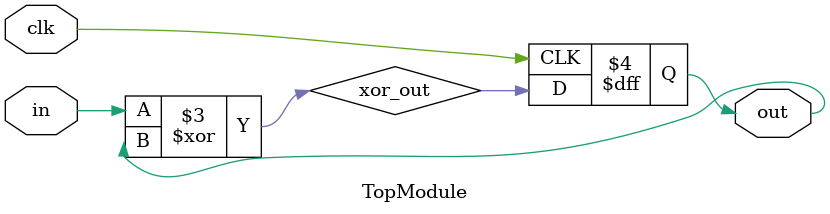
<source format=sv>

module TopModule (
  input clk,
  input in,
  output logic out
);
logic xor_out;

always @(posedge clk) begin
  out <= xor_out;
end

always @(*) begin
  xor_out = in ^ out;
end

endmodule

</source>
